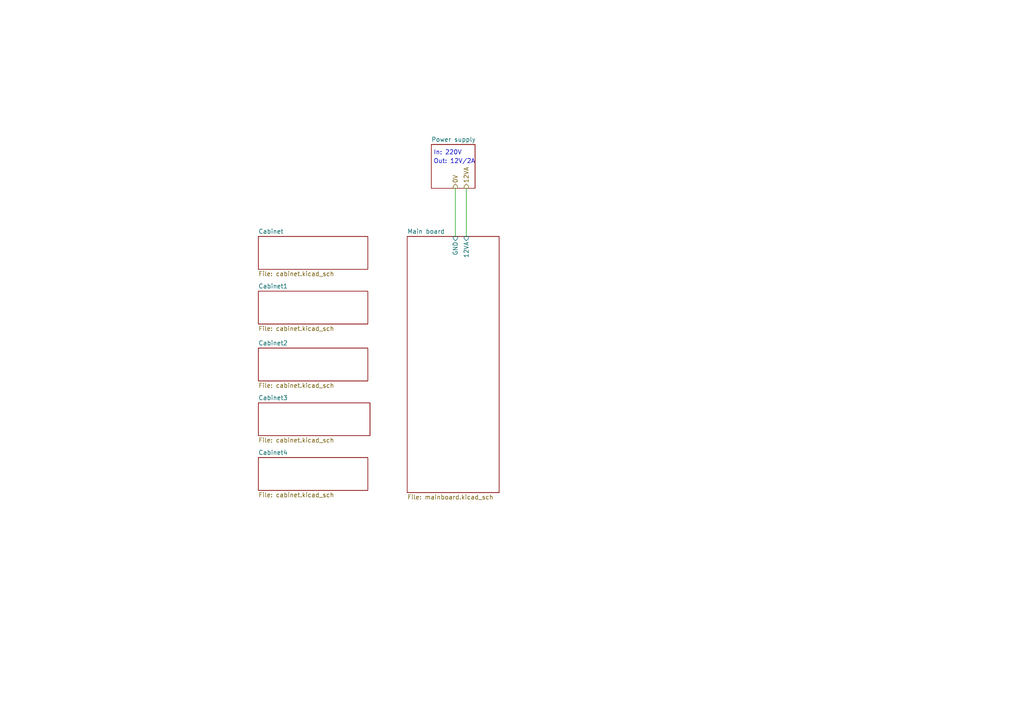
<source format=kicad_sch>
(kicad_sch (version 20211123) (generator eeschema)

  (uuid 02a6e675-addc-44ae-bd62-afe22117f732)

  (paper "A4")

  (title_block
    (title "Filament storage")
    (date "2024-04-28")
    (rev "1")
    (company "Lili's Proto Lab")
  )

  (lib_symbols
  )


  (wire (pts (xy 135.255 54.61) (xy 135.255 68.58))
    (stroke (width 0) (type default) (color 0 0 0 0))
    (uuid 2a166296-dcb6-48f3-91fd-a2b1538650e2)
  )
  (wire (pts (xy 132.08 54.61) (xy 132.08 68.58))
    (stroke (width 0) (type default) (color 0 0 0 0))
    (uuid 46abae2f-6e6a-452a-b07c-f0a36229600a)
  )

  (text "In: 220V" (at 125.73 45.085 0)
    (effects (font (size 1.27 1.27)) (justify left bottom))
    (uuid b3af7f0c-70c7-48a5-9344-5062d5b6e6b2)
  )
  (text "Out: 12V/2A" (at 125.73 47.625 0)
    (effects (font (size 1.27 1.27)) (justify left bottom))
    (uuid fec449f5-6736-4358-924a-16bf6f94f808)
  )

  (hierarchical_label "12VA" (shape output) (at 135.255 54.61 90)
    (effects (font (size 1.27 1.27)) (justify left))
    (uuid 35178479-afb5-4587-b974-12b440cf768e)
  )
  (hierarchical_label "0V" (shape output) (at 132.08 54.61 90)
    (effects (font (size 1.27 1.27)) (justify left))
    (uuid b852bc77-7f4f-43d6-aa72-00cb617647ab)
  )

  (sheet (at 125.095 41.91) (size 12.7 12.7)
    (stroke (width 0.1524) (type solid) (color 0 0 0 0))
    (fill (color 0 0 0 0.0000))
    (uuid 18bd5a76-0438-4f86-96ac-0e31105de17f)
    (property "Sheet name" "Power supply" (id 0) (at 125.095 41.1984 0)
      (effects (font (size 1.27 1.27)) (justify left bottom))
    )
    (property "Sheet file" "power_supply.kicad_sch" (id 1) (at 139.7 43.18 0)
      (effects (font (size 1.27 1.27)) (justify left top) hide)
    )
  )

  (sheet (at 118.11 68.58) (size 26.67 74.295) (fields_autoplaced)
    (stroke (width 0.1524) (type solid) (color 0 0 0 0))
    (fill (color 0 0 0 0.0000))
    (uuid 715215d8-d219-4ea5-9ea2-296db97260cd)
    (property "Sheet name" "Main board" (id 0) (at 118.11 67.8684 0)
      (effects (font (size 1.27 1.27)) (justify left bottom))
    )
    (property "Sheet file" "mainboard.kicad_sch" (id 1) (at 118.11 143.4596 0)
      (effects (font (size 1.27 1.27)) (justify left top))
    )
    (pin "12VA" input (at 135.255 68.58 90)
      (effects (font (size 1.27 1.27)) (justify right))
      (uuid 86039822-7c6e-4c1a-a0a6-198f52b6efd6)
    )
    (pin "GND" input (at 132.08 68.58 90)
      (effects (font (size 1.27 1.27)) (justify right))
      (uuid b9ac0cb9-882d-4219-9b99-6a84fc0666ea)
    )
  )

  (sheet (at 74.93 100.965) (size 31.75 9.525) (fields_autoplaced)
    (stroke (width 0.1524) (type solid) (color 0 0 0 0))
    (fill (color 0 0 0 0.0000))
    (uuid 7270b437-9e7d-4ad4-b5b1-919accb63c45)
    (property "Sheet name" "Cabinet2" (id 0) (at 74.93 100.2534 0)
      (effects (font (size 1.27 1.27)) (justify left bottom))
    )
    (property "Sheet file" "cabinet.kicad_sch" (id 1) (at 74.93 111.0746 0)
      (effects (font (size 1.27 1.27)) (justify left top))
    )
  )

  (sheet (at 74.93 84.455) (size 31.75 9.525) (fields_autoplaced)
    (stroke (width 0.1524) (type solid) (color 0 0 0 0))
    (fill (color 0 0 0 0.0000))
    (uuid abc3476c-8042-4b8e-84ce-7e39263d0a79)
    (property "Sheet name" "Cabinet1" (id 0) (at 74.93 83.7434 0)
      (effects (font (size 1.27 1.27)) (justify left bottom))
    )
    (property "Sheet file" "cabinet.kicad_sch" (id 1) (at 74.93 94.5646 0)
      (effects (font (size 1.27 1.27)) (justify left top))
    )
  )

  (sheet (at 74.93 132.715) (size 31.75 9.525) (fields_autoplaced)
    (stroke (width 0.1524) (type solid) (color 0 0 0 0))
    (fill (color 0 0 0 0.0000))
    (uuid d9b1c0e4-db8b-40ea-90ff-843f90ad4ab5)
    (property "Sheet name" "Cabinet4" (id 0) (at 74.93 132.0034 0)
      (effects (font (size 1.27 1.27)) (justify left bottom))
    )
    (property "Sheet file" "cabinet.kicad_sch" (id 1) (at 74.93 142.8246 0)
      (effects (font (size 1.27 1.27)) (justify left top))
    )
  )

  (sheet (at 74.93 116.84) (size 32.385 9.525) (fields_autoplaced)
    (stroke (width 0.1524) (type solid) (color 0 0 0 0))
    (fill (color 0 0 0 0.0000))
    (uuid db342f63-6382-4c00-acf9-fb436a95ff98)
    (property "Sheet name" "Cabinet3" (id 0) (at 74.93 116.1284 0)
      (effects (font (size 1.27 1.27)) (justify left bottom))
    )
    (property "Sheet file" "cabinet.kicad_sch" (id 1) (at 74.93 126.9496 0)
      (effects (font (size 1.27 1.27)) (justify left top))
    )
  )

  (sheet (at 74.93 68.58) (size 31.75 9.525) (fields_autoplaced)
    (stroke (width 0.1524) (type solid) (color 0 0 0 0))
    (fill (color 0 0 0 0.0000))
    (uuid ffb5b867-7ba4-428e-b9ba-b07a44327902)
    (property "Sheet name" "Cabinet" (id 0) (at 74.93 67.8684 0)
      (effects (font (size 1.27 1.27)) (justify left bottom))
    )
    (property "Sheet file" "cabinet.kicad_sch" (id 1) (at 74.93 78.6896 0)
      (effects (font (size 1.27 1.27)) (justify left top))
    )
  )

  (sheet_instances
    (path "/" (page "1"))
    (path "/d9b1c0e4-db8b-40ea-90ff-843f90ad4ab5" (page "2"))
    (path "/ffb5b867-7ba4-428e-b9ba-b07a44327902" (page "3"))
    (path "/715215d8-d219-4ea5-9ea2-296db97260cd" (page "4"))
    (path "/abc3476c-8042-4b8e-84ce-7e39263d0a79" (page "5"))
    (path "/18bd5a76-0438-4f86-96ac-0e31105de17f" (page "6"))
    (path "/7270b437-9e7d-4ad4-b5b1-919accb63c45" (page "7"))
    (path "/db342f63-6382-4c00-acf9-fb436a95ff98" (page "8"))
  )

  (symbol_instances
    (path "/ffb5b867-7ba4-428e-b9ba-b07a44327902/989765c1-0100-431b-a633-b486814e5f4a"
      (reference "#FLG0201") (unit 1) (value "PWR_FLAG") (footprint "")
    )
    (path "/d9b1c0e4-db8b-40ea-90ff-843f90ad4ab5/39c8e270-a7ee-4f32-bcf3-c23bb592f7a8"
      (reference "#FLG0202") (unit 1) (value "PWR_FLAG") (footprint "")
    )
    (path "/d9b1c0e4-db8b-40ea-90ff-843f90ad4ab5/989765c1-0100-431b-a633-b486814e5f4a"
      (reference "#FLG0203") (unit 1) (value "PWR_FLAG") (footprint "")
    )
    (path "/ffb5b867-7ba4-428e-b9ba-b07a44327902/39c8e270-a7ee-4f32-bcf3-c23bb592f7a8"
      (reference "#FLG0302") (unit 1) (value "PWR_FLAG") (footprint "")
    )
    (path "/715215d8-d219-4ea5-9ea2-296db97260cd/27204d6a-9224-4b74-80b0-8cd48bf71ae9"
      (reference "#FLG0401") (unit 1) (value "PWR_FLAG") (footprint "")
    )
    (path "/715215d8-d219-4ea5-9ea2-296db97260cd/b947cca4-198f-4b5e-bfeb-db29eb78f4f8"
      (reference "#FLG0402") (unit 1) (value "PWR_FLAG") (footprint "")
    )
    (path "/abc3476c-8042-4b8e-84ce-7e39263d0a79/989765c1-0100-431b-a633-b486814e5f4a"
      (reference "#FLG0403") (unit 1) (value "PWR_FLAG") (footprint "")
    )
    (path "/715215d8-d219-4ea5-9ea2-296db97260cd/413bb616-ec07-44e5-bad6-bc3eb2d95476"
      (reference "#FLG0404") (unit 1) (value "PWR_FLAG") (footprint "")
    )
    (path "/abc3476c-8042-4b8e-84ce-7e39263d0a79/39c8e270-a7ee-4f32-bcf3-c23bb592f7a8"
      (reference "#FLG0501") (unit 1) (value "PWR_FLAG") (footprint "")
    )
    (path "/7270b437-9e7d-4ad4-b5b1-919accb63c45/989765c1-0100-431b-a633-b486814e5f4a"
      (reference "#FLG0601") (unit 1) (value "PWR_FLAG") (footprint "")
    )
    (path "/7270b437-9e7d-4ad4-b5b1-919accb63c45/39c8e270-a7ee-4f32-bcf3-c23bb592f7a8"
      (reference "#FLG0701") (unit 1) (value "PWR_FLAG") (footprint "")
    )
    (path "/db342f63-6382-4c00-acf9-fb436a95ff98/989765c1-0100-431b-a633-b486814e5f4a"
      (reference "#FLG0702") (unit 1) (value "PWR_FLAG") (footprint "")
    )
    (path "/db342f63-6382-4c00-acf9-fb436a95ff98/39c8e270-a7ee-4f32-bcf3-c23bb592f7a8"
      (reference "#FLG0801") (unit 1) (value "PWR_FLAG") (footprint "")
    )
    (path "/715215d8-d219-4ea5-9ea2-296db97260cd/089ed6da-56f9-4791-94a0-f9cb84dab281"
      (reference "#PWR0101") (unit 1) (value "+5V") (footprint "")
    )
    (path "/715215d8-d219-4ea5-9ea2-296db97260cd/f80b0911-2221-45eb-94da-975c9e5e3fda"
      (reference "#PWR0102") (unit 1) (value "GND") (footprint "")
    )
    (path "/715215d8-d219-4ea5-9ea2-296db97260cd/63c84e75-beba-4b2d-a51a-e9694332d66f"
      (reference "#PWR0103") (unit 1) (value "GND") (footprint "")
    )
    (path "/715215d8-d219-4ea5-9ea2-296db97260cd/2518a4b7-ce2d-4ecc-8627-324f80028a8b"
      (reference "#PWR0104") (unit 1) (value "GND") (footprint "")
    )
    (path "/715215d8-d219-4ea5-9ea2-296db97260cd/1442b1e6-af23-403e-a2e8-ef5d2c2a668a"
      (reference "#PWR0105") (unit 1) (value "+3V3") (footprint "")
    )
    (path "/715215d8-d219-4ea5-9ea2-296db97260cd/eaa761f4-bead-45ca-930d-9689114c9226"
      (reference "#PWR0301") (unit 1) (value "GND") (footprint "")
    )
    (path "/715215d8-d219-4ea5-9ea2-296db97260cd/a4177ab4-fe13-4f04-a6a6-359f70879a50"
      (reference "#PWR0401") (unit 1) (value "+5V") (footprint "")
    )
    (path "/715215d8-d219-4ea5-9ea2-296db97260cd/c1f955e8-3d3a-4901-9bd0-949e1a8f347d"
      (reference "#PWR0402") (unit 1) (value "GND") (footprint "")
    )
    (path "/715215d8-d219-4ea5-9ea2-296db97260cd/cb048597-9f66-4eb3-9bf1-7731005d60ba"
      (reference "#PWR0403") (unit 1) (value "+5V") (footprint "")
    )
    (path "/715215d8-d219-4ea5-9ea2-296db97260cd/b41115a0-b957-445b-99ae-10f769dd772f"
      (reference "#PWR0404") (unit 1) (value "GND") (footprint "")
    )
    (path "/715215d8-d219-4ea5-9ea2-296db97260cd/07917dba-2011-4218-a3ac-88dab78c04bb"
      (reference "#PWR0405") (unit 1) (value "+3V3") (footprint "")
    )
    (path "/715215d8-d219-4ea5-9ea2-296db97260cd/a64fc536-936c-4e2e-9555-dd60c16240c1"
      (reference "#PWR0406") (unit 1) (value "GND") (footprint "")
    )
    (path "/715215d8-d219-4ea5-9ea2-296db97260cd/9ccdb4d6-455d-40ac-959e-cbac7d2a8ca3"
      (reference "#PWR0407") (unit 1) (value "GND") (footprint "")
    )
    (path "/715215d8-d219-4ea5-9ea2-296db97260cd/4e22e711-6554-4876-ab4b-f9fdd6bee837"
      (reference "#PWR0408") (unit 1) (value "+3V3") (footprint "")
    )
    (path "/715215d8-d219-4ea5-9ea2-296db97260cd/399a9353-dec1-4322-909e-456af59aa36a"
      (reference "#PWR0409") (unit 1) (value "GND") (footprint "")
    )
    (path "/715215d8-d219-4ea5-9ea2-296db97260cd/f4b4424b-4d94-4f27-8d0d-c51138554f27"
      (reference "#PWR0410") (unit 1) (value "GND") (footprint "")
    )
    (path "/715215d8-d219-4ea5-9ea2-296db97260cd/eed93f21-ea4d-4d38-b234-acbe7ae74a9f"
      (reference "#PWR0411") (unit 1) (value "GND") (footprint "")
    )
    (path "/715215d8-d219-4ea5-9ea2-296db97260cd/c99450b4-a87b-43a6-94e3-23431a5293c2"
      (reference "#PWR0412") (unit 1) (value "+5V") (footprint "")
    )
    (path "/715215d8-d219-4ea5-9ea2-296db97260cd/a158abe8-067a-4f92-b5d8-80c185cf7e7c"
      (reference "#PWR0413") (unit 1) (value "+3V3") (footprint "")
    )
    (path "/715215d8-d219-4ea5-9ea2-296db97260cd/96299997-4c6f-4e4e-8c0f-ee738bf941d3"
      (reference "#PWR0414") (unit 1) (value "GND") (footprint "")
    )
    (path "/715215d8-d219-4ea5-9ea2-296db97260cd/eb19cd21-990c-4324-9df8-8ff41de23695"
      (reference "C301") (unit 1) (value "22n") (footprint "Capacitor_THT:C_Disc_D3.4mm_W2.1mm_P2.50mm")
    )
    (path "/715215d8-d219-4ea5-9ea2-296db97260cd/d5d3a48c-4a12-4b70-8c7e-d04767cc7050"
      (reference "C401") (unit 1) (value "10uF/50V") (footprint "Capacitor_THT:CP_Radial_D6.3mm_P2.50mm")
    )
    (path "/715215d8-d219-4ea5-9ea2-296db97260cd/ce448f61-ac2f-4574-93fb-65b5208dba95"
      (reference "C402") (unit 1) (value "10uF/10V") (footprint "Capacitor_THT:CP_Radial_D6.3mm_P2.50mm")
    )
    (path "/715215d8-d219-4ea5-9ea2-296db97260cd/cc7af427-0188-41c0-9feb-c2858a1e037f"
      (reference "C403") (unit 1) (value "22n") (footprint "Capacitor_THT:C_Disc_D3.4mm_W2.1mm_P2.50mm")
    )
    (path "/715215d8-d219-4ea5-9ea2-296db97260cd/f9d88eeb-fa3c-4335-9bbd-aa0af1b63177"
      (reference "C404") (unit 1) (value "22n") (footprint "Capacitor_THT:C_Disc_D3.4mm_W2.1mm_P2.50mm")
    )
    (path "/715215d8-d219-4ea5-9ea2-296db97260cd/834ac7b3-c883-4b79-ad02-ba4c58e6367c"
      (reference "D301") (unit 1) (value "1N4007") (footprint "Diode_THT:D_DO-41_SOD81_P7.62mm_Horizontal")
    )
    (path "/715215d8-d219-4ea5-9ea2-296db97260cd/6a5b7104-37f9-4397-8107-9cf64bead990"
      (reference "D302") (unit 1) (value "1N4007") (footprint "Diode_THT:D_DO-41_SOD81_P7.62mm_Horizontal")
    )
    (path "/715215d8-d219-4ea5-9ea2-296db97260cd/293216fa-9ca2-4bd5-be1b-a9d947ded7d2"
      (reference "D303") (unit 1) (value "1N4007") (footprint "Diode_THT:D_DO-41_SOD81_P7.62mm_Horizontal")
    )
    (path "/715215d8-d219-4ea5-9ea2-296db97260cd/7f6549a4-a15f-4a22-88b1-16c91cda2fef"
      (reference "D304") (unit 1) (value "1N4007") (footprint "Diode_THT:D_DO-41_SOD81_P7.62mm_Horizontal")
    )
    (path "/715215d8-d219-4ea5-9ea2-296db97260cd/23e495b4-341c-4ae3-aa6c-07b273c2b918"
      (reference "D305") (unit 1) (value "1N4007") (footprint "Diode_THT:D_DO-41_SOD81_P7.62mm_Horizontal")
    )
    (path "/715215d8-d219-4ea5-9ea2-296db97260cd/47fe60fa-ef35-49aa-a5f1-e9b68d729408"
      (reference "D306") (unit 1) (value "1N5817") (footprint "Diode_THT:D_DO-41_SOD81_P10.16mm_Horizontal")
    )
    (path "/715215d8-d219-4ea5-9ea2-296db97260cd/f5505ade-079e-4fca-8482-cbe28b138605"
      (reference "H301") (unit 1) (value "MountingHole") (footprint "MountingHole:MountingHole_3.2mm_M3")
    )
    (path "/715215d8-d219-4ea5-9ea2-296db97260cd/d18b1f9c-6d0f-462d-a47e-eadf331874e8"
      (reference "H302") (unit 1) (value "MountingHole") (footprint "MountingHole:MountingHole_3.2mm_M3")
    )
    (path "/715215d8-d219-4ea5-9ea2-296db97260cd/6dc074b5-e7bf-4bee-abe9-933f0af835c6"
      (reference "H303") (unit 1) (value "MountingHole") (footprint "MountingHole:MountingHole_3.2mm_M3")
    )
    (path "/715215d8-d219-4ea5-9ea2-296db97260cd/979a2243-b8cd-47ab-b1e4-06a726f6afb3"
      (reference "H304") (unit 1) (value "MountingHole") (footprint "MountingHole:MountingHole_3.2mm_M3")
    )
    (path "/ffb5b867-7ba4-428e-b9ba-b07a44327902/e33b86ff-fd2d-49b0-871e-ccf0e6eb294f"
      (reference "J201") (unit 1) (value "6P6C") (footprint "Connector_RJ:RJ12_Amphenol_54601")
    )
    (path "/ffb5b867-7ba4-428e-b9ba-b07a44327902/5d7eff6b-9b31-4ceb-9fac-a4f111df5ea2"
      (reference "J202") (unit 1) (value "I2C") (footprint "NVH_Library:grove_4p_vert")
    )
    (path "/d9b1c0e4-db8b-40ea-90ff-843f90ad4ab5/a6f9de65-dcf5-4e68-b41f-989c05d81af2"
      (reference "J203") (unit 1) (value "Screw_Terminal_01x02") (footprint "TerminalBlock_RND:TerminalBlock_RND_205-00287_1x02_P5.08mm_Horizontal")
    )
    (path "/d9b1c0e4-db8b-40ea-90ff-843f90ad4ab5/5d7eff6b-9b31-4ceb-9fac-a4f111df5ea2"
      (reference "J204") (unit 1) (value "I2C") (footprint "NVH_Library:grove_4p_vert")
    )
    (path "/d9b1c0e4-db8b-40ea-90ff-843f90ad4ab5/e33b86ff-fd2d-49b0-871e-ccf0e6eb294f"
      (reference "J205") (unit 1) (value "6P6C") (footprint "Connector_RJ:RJ12_Amphenol_54601")
    )
    (path "/ffb5b867-7ba4-428e-b9ba-b07a44327902/a6f9de65-dcf5-4e68-b41f-989c05d81af2"
      (reference "J301") (unit 1) (value "Screw_Terminal_01x02") (footprint "TerminalBlock_RND:TerminalBlock_RND_205-00287_1x02_P5.08mm_Horizontal")
    )
    (path "/715215d8-d219-4ea5-9ea2-296db97260cd/81a71f42-8124-4b8c-9081-f23a22b1d035"
      (reference "J303") (unit 1) (value "Valve1") (footprint "TerminalBlock_RND:TerminalBlock_RND_205-00287_1x02_P5.08mm_Horizontal")
    )
    (path "/715215d8-d219-4ea5-9ea2-296db97260cd/269661d8-37ed-4492-9211-6c612e02deea"
      (reference "J304") (unit 1) (value "Valve2") (footprint "TerminalBlock_RND:TerminalBlock_RND_205-00287_1x02_P5.08mm_Horizontal")
    )
    (path "/715215d8-d219-4ea5-9ea2-296db97260cd/82aca392-f996-4524-936e-14387065c5c2"
      (reference "J305") (unit 1) (value "Valve3") (footprint "TerminalBlock_RND:TerminalBlock_RND_205-00287_1x02_P5.08mm_Horizontal")
    )
    (path "/715215d8-d219-4ea5-9ea2-296db97260cd/607bec8b-950f-49a3-812b-3c4bdceb8390"
      (reference "J306") (unit 1) (value "Valve4") (footprint "TerminalBlock_RND:TerminalBlock_RND_205-00287_1x02_P5.08mm_Horizontal")
    )
    (path "/715215d8-d219-4ea5-9ea2-296db97260cd/340c59d4-e97f-4fc7-b9e5-e0a9350fb3ae"
      (reference "J307") (unit 1) (value "Valve5") (footprint "TerminalBlock_RND:TerminalBlock_RND_205-00287_1x02_P5.08mm_Horizontal")
    )
    (path "/715215d8-d219-4ea5-9ea2-296db97260cd/d6d9d813-438e-4281-a375-57fa71e58458"
      (reference "J401") (unit 1) (value "Barrel_Jack_Switch") (footprint "Connector_BarrelJack:BarrelJack_Wuerth_6941xx301002")
    )
    (path "/715215d8-d219-4ea5-9ea2-296db97260cd/98e8d332-19dd-4e25-aaf0-7d8d14545738"
      (reference "J402") (unit 1) (value "LCD displsay") (footprint "NVH_Library:grove_4p_hor")
    )
    (path "/715215d8-d219-4ea5-9ea2-296db97260cd/bbd2ec4c-e674-4d5c-9540-1d489ef23f1a"
      (reference "J403") (unit 1) (value "Valve1") (footprint "Connector_RJ:RJ12_Amphenol_54601")
    )
    (path "/715215d8-d219-4ea5-9ea2-296db97260cd/97a405ec-b7ac-4476-bee9-f491340bdbf5"
      (reference "J404") (unit 1) (value "Valve2") (footprint "Connector_RJ:RJ12_Amphenol_54601")
    )
    (path "/715215d8-d219-4ea5-9ea2-296db97260cd/a9eda83c-9396-47fd-81ca-042ff21241f5"
      (reference "J405") (unit 1) (value "Valve3") (footprint "Connector_RJ:RJ12_Amphenol_54601")
    )
    (path "/715215d8-d219-4ea5-9ea2-296db97260cd/c507d00e-779f-4696-a0df-b7a54cb2f9e6"
      (reference "J406") (unit 1) (value "Valve4") (footprint "Connector_RJ:RJ12_Amphenol_54601")
    )
    (path "/715215d8-d219-4ea5-9ea2-296db97260cd/6deab436-7860-41ff-9190-0e6c49ec6e51"
      (reference "J407") (unit 1) (value "+ buzzer -") (footprint "TerminalBlock_RND:TerminalBlock_RND_205-00287_1x02_P5.08mm_Horizontal")
    )
    (path "/abc3476c-8042-4b8e-84ce-7e39263d0a79/e33b86ff-fd2d-49b0-871e-ccf0e6eb294f"
      (reference "J408") (unit 1) (value "6P6C") (footprint "Connector_RJ:RJ12_Amphenol_54601")
    )
    (path "/abc3476c-8042-4b8e-84ce-7e39263d0a79/5d7eff6b-9b31-4ceb-9fac-a4f111df5ea2"
      (reference "J409") (unit 1) (value "I2C") (footprint "NVH_Library:grove_4p_vert")
    )
    (path "/715215d8-d219-4ea5-9ea2-296db97260cd/6397666c-d279-410a-9e69-72c3aebe638c"
      (reference "J410") (unit 1) (value "Valve5") (footprint "Connector_RJ:RJ12_Amphenol_54601")
    )
    (path "/abc3476c-8042-4b8e-84ce-7e39263d0a79/a6f9de65-dcf5-4e68-b41f-989c05d81af2"
      (reference "J501") (unit 1) (value "Screw_Terminal_01x02") (footprint "TerminalBlock_RND:TerminalBlock_RND_205-00287_1x02_P5.08mm_Horizontal")
    )
    (path "/7270b437-9e7d-4ad4-b5b1-919accb63c45/e33b86ff-fd2d-49b0-871e-ccf0e6eb294f"
      (reference "J601") (unit 1) (value "6P6C") (footprint "Connector_RJ:RJ12_Amphenol_54601")
    )
    (path "/7270b437-9e7d-4ad4-b5b1-919accb63c45/5d7eff6b-9b31-4ceb-9fac-a4f111df5ea2"
      (reference "J602") (unit 1) (value "I2C") (footprint "NVH_Library:grove_4p_vert")
    )
    (path "/7270b437-9e7d-4ad4-b5b1-919accb63c45/a6f9de65-dcf5-4e68-b41f-989c05d81af2"
      (reference "J701") (unit 1) (value "Screw_Terminal_01x02") (footprint "TerminalBlock_RND:TerminalBlock_RND_205-00287_1x02_P5.08mm_Horizontal")
    )
    (path "/db342f63-6382-4c00-acf9-fb436a95ff98/e33b86ff-fd2d-49b0-871e-ccf0e6eb294f"
      (reference "J702") (unit 1) (value "6P6C") (footprint "Connector_RJ:RJ12_Amphenol_54601")
    )
    (path "/db342f63-6382-4c00-acf9-fb436a95ff98/5d7eff6b-9b31-4ceb-9fac-a4f111df5ea2"
      (reference "J703") (unit 1) (value "I2C") (footprint "NVH_Library:grove_4p_vert")
    )
    (path "/db342f63-6382-4c00-acf9-fb436a95ff98/a6f9de65-dcf5-4e68-b41f-989c05d81af2"
      (reference "J801") (unit 1) (value "Screw_Terminal_01x02") (footprint "TerminalBlock_RND:TerminalBlock_RND_205-00287_1x02_P5.08mm_Horizontal")
    )
    (path "/715215d8-d219-4ea5-9ea2-296db97260cd/c8a4efc1-7b5d-4844-b085-1b4630915653"
      (reference "Q301") (unit 1) (value "IRLZ34N") (footprint "Package_TO_SOT_THT:TO-220-3_Vertical")
    )
    (path "/715215d8-d219-4ea5-9ea2-296db97260cd/0caf2a48-0ea6-47ca-89a5-c13ce8759eba"
      (reference "Q302") (unit 1) (value "IRLZ34N") (footprint "Package_TO_SOT_THT:TO-220-3_Vertical")
    )
    (path "/715215d8-d219-4ea5-9ea2-296db97260cd/7cf0573b-7e36-4f0b-a2d1-3625bf235d6e"
      (reference "Q303") (unit 1) (value "IRLZ34N") (footprint "Package_TO_SOT_THT:TO-220-3_Vertical")
    )
    (path "/715215d8-d219-4ea5-9ea2-296db97260cd/da052f91-3153-4adb-b7d8-8a85dd7cda26"
      (reference "Q304") (unit 1) (value "IRLZ34N") (footprint "Package_TO_SOT_THT:TO-220-3_Vertical")
    )
    (path "/715215d8-d219-4ea5-9ea2-296db97260cd/d45af737-a358-47aa-9aed-31031c07aa83"
      (reference "Q305") (unit 1) (value "IRLZ34N") (footprint "Package_TO_SOT_THT:TO-220-3_Vertical")
    )
    (path "/715215d8-d219-4ea5-9ea2-296db97260cd/8403a6ed-a900-4562-b7e1-6ac4befc46e8"
      (reference "R301") (unit 1) (value "4k7") (footprint "Resistor_THT:R_Axial_DIN0207_L6.3mm_D2.5mm_P7.62mm_Horizontal")
    )
    (path "/715215d8-d219-4ea5-9ea2-296db97260cd/376c6ae6-64a3-4a2e-b252-90d2841389b3"
      (reference "R302") (unit 1) (value "4k7") (footprint "Resistor_THT:R_Axial_DIN0207_L6.3mm_D2.5mm_P7.62mm_Horizontal")
    )
    (path "/715215d8-d219-4ea5-9ea2-296db97260cd/e486fbae-141f-4854-8bb2-f77659c789d5"
      (reference "R303") (unit 1) (value "4k7") (footprint "Resistor_THT:R_Axial_DIN0207_L6.3mm_D2.5mm_P7.62mm_Horizontal")
    )
    (path "/715215d8-d219-4ea5-9ea2-296db97260cd/0fb5c16c-e62e-4229-a11a-ac6d8c3559a5"
      (reference "R304") (unit 1) (value "4k7") (footprint "Resistor_THT:R_Axial_DIN0207_L6.3mm_D2.5mm_P7.62mm_Horizontal")
    )
    (path "/715215d8-d219-4ea5-9ea2-296db97260cd/100ce709-8e08-4df6-a9ed-026468f41ab5"
      (reference "R305") (unit 1) (value "4k7") (footprint "Resistor_THT:R_Axial_DIN0207_L6.3mm_D2.5mm_P7.62mm_Horizontal")
    )
    (path "/715215d8-d219-4ea5-9ea2-296db97260cd/39d360de-adf6-4fc1-a787-9212d9f2b023"
      (reference "R401") (unit 1) (value "10k") (footprint "Resistor_THT:R_Axial_DIN0207_L6.3mm_D2.5mm_P7.62mm_Horizontal")
    )
    (path "/715215d8-d219-4ea5-9ea2-296db97260cd/44732cc5-8a05-47c7-9aa8-fb47a67848b3"
      (reference "R402") (unit 1) (value "10k") (footprint "Resistor_THT:R_Axial_DIN0207_L6.3mm_D2.5mm_P7.62mm_Horizontal")
    )
    (path "/715215d8-d219-4ea5-9ea2-296db97260cd/1a2c64d1-ea30-4806-85e6-6f61b395cd8c"
      (reference "R403") (unit 1) (value "10k") (footprint "Resistor_THT:R_Axial_DIN0207_L6.3mm_D2.5mm_P7.62mm_Horizontal")
    )
    (path "/715215d8-d219-4ea5-9ea2-296db97260cd/ff1214d5-7b38-40f7-bbc4-c759d5d1641c"
      (reference "R404") (unit 1) (value "10k") (footprint "Resistor_THT:R_Axial_DIN0207_L6.3mm_D2.5mm_P7.62mm_Horizontal")
    )
    (path "/715215d8-d219-4ea5-9ea2-296db97260cd/83f410e4-3eed-4e16-8cc8-14d8974eefc1"
      (reference "R405") (unit 1) (value "4k7") (footprint "Resistor_THT:R_Axial_DIN0207_L6.3mm_D2.5mm_P7.62mm_Horizontal")
    )
    (path "/715215d8-d219-4ea5-9ea2-296db97260cd/b099aa56-3417-42a5-bcb2-7bdf0c9d8ba8"
      (reference "R406") (unit 1) (value "4k7") (footprint "Resistor_THT:R_Axial_DIN0207_L6.3mm_D2.5mm_P7.62mm_Horizontal")
    )
    (path "/715215d8-d219-4ea5-9ea2-296db97260cd/a169d850-4650-4152-8645-7c919b7c758b"
      (reference "R407") (unit 1) (value "10k") (footprint "Resistor_THT:R_Axial_DIN0207_L6.3mm_D2.5mm_P7.62mm_Horizontal")
    )
    (path "/715215d8-d219-4ea5-9ea2-296db97260cd/5be95505-22cd-48da-9675-4f28910c48f5"
      (reference "R408") (unit 1) (value "4k7") (footprint "Resistor_THT:R_Axial_DIN0207_L6.3mm_D2.5mm_P7.62mm_Horizontal")
    )
    (path "/715215d8-d219-4ea5-9ea2-296db97260cd/f925f8cf-af0f-4f02-89b4-a6636be0474c"
      (reference "R409") (unit 1) (value "4k7") (footprint "Resistor_THT:R_Axial_DIN0207_L6.3mm_D2.5mm_P7.62mm_Horizontal")
    )
    (path "/715215d8-d219-4ea5-9ea2-296db97260cd/4bc01d15-1550-40f8-9884-8ec9b25aba82"
      (reference "R410") (unit 1) (value "4k7") (footprint "Resistor_THT:R_Axial_DIN0207_L6.3mm_D2.5mm_P7.62mm_Horizontal")
    )
    (path "/715215d8-d219-4ea5-9ea2-296db97260cd/0bbabb2b-2a62-419d-88e2-f03013801eda"
      (reference "R411") (unit 1) (value "4k7") (footprint "Resistor_THT:R_Axial_DIN0207_L6.3mm_D2.5mm_P7.62mm_Horizontal")
    )
    (path "/715215d8-d219-4ea5-9ea2-296db97260cd/a9147280-1fe6-4749-9b92-1a620af241f1"
      (reference "R412") (unit 1) (value "4k7") (footprint "Resistor_THT:R_Axial_DIN0207_L6.3mm_D2.5mm_P7.62mm_Horizontal")
    )
    (path "/715215d8-d219-4ea5-9ea2-296db97260cd/408d7080-50c1-4c4c-9e02-26f0fe8ea06a"
      (reference "R413") (unit 1) (value "4k7") (footprint "Resistor_THT:R_Axial_DIN0207_L6.3mm_D2.5mm_P7.62mm_Horizontal")
    )
    (path "/715215d8-d219-4ea5-9ea2-296db97260cd/7cfa5546-a8d9-435e-905c-bb0d1bd5072a"
      (reference "R414") (unit 1) (value "4k7") (footprint "Resistor_THT:R_Axial_DIN0207_L6.3mm_D2.5mm_P7.62mm_Horizontal")
    )
    (path "/715215d8-d219-4ea5-9ea2-296db97260cd/9312d9c4-4d19-4e62-945c-58bcb242223a"
      (reference "R415") (unit 1) (value "4k7") (footprint "Resistor_THT:R_Axial_DIN0207_L6.3mm_D2.5mm_P7.62mm_Horizontal")
    )
    (path "/715215d8-d219-4ea5-9ea2-296db97260cd/6d639929-0912-4653-beda-1bab1c23bc47"
      (reference "R416") (unit 1) (value "10k") (footprint "Resistor_THT:R_Axial_DIN0207_L6.3mm_D2.5mm_P7.62mm_Horizontal")
    )
    (path "/715215d8-d219-4ea5-9ea2-296db97260cd/94baaa3c-bd13-4cf2-8539-b2c5a2c2653e"
      (reference "R417") (unit 1) (value "4k7") (footprint "Resistor_THT:R_Axial_DIN0207_L6.3mm_D2.5mm_P7.62mm_Horizontal")
    )
    (path "/715215d8-d219-4ea5-9ea2-296db97260cd/b24fd5e6-a47d-4601-8dce-78b0255cd2ab"
      (reference "R418") (unit 1) (value "4k7") (footprint "Resistor_THT:R_Axial_DIN0207_L6.3mm_D2.5mm_P7.62mm_Horizontal")
    )
    (path "/715215d8-d219-4ea5-9ea2-296db97260cd/6956fe5b-e6b7-4ef3-9b82-6618589ecdaa"
      (reference "R419") (unit 1) (value "4k7") (footprint "Resistor_THT:R_Axial_DIN0207_L6.3mm_D2.5mm_P7.62mm_Horizontal")
    )
    (path "/715215d8-d219-4ea5-9ea2-296db97260cd/d37d16f8-e0ee-4046-b976-8743e43a4440"
      (reference "R420") (unit 1) (value "4k7") (footprint "Resistor_THT:R_Axial_DIN0207_L6.3mm_D2.5mm_P7.62mm_Horizontal")
    )
    (path "/d9b1c0e4-db8b-40ea-90ff-843f90ad4ab5/0a9115d4-75a9-4b40-aab9-96d33d575780"
      (reference "U201") (unit 1) (value "AM2320") (footprint "NVH_Library:AM2320_horizontal")
    )
    (path "/ffb5b867-7ba4-428e-b9ba-b07a44327902/0a9115d4-75a9-4b40-aab9-96d33d575780"
      (reference "U301") (unit 1) (value "AM2320") (footprint "NVH_Library:AM2320_horizontal")
    )
    (path "/715215d8-d219-4ea5-9ea2-296db97260cd/f16995a0-cb4b-4ba3-bbfb-74b1fdb81443"
      (reference "U401") (unit 1) (value "TSR_1-2450") (footprint "Converter_DCDC:Converter_DCDC_TRACO_TSR-1_THT")
    )
    (path "/715215d8-d219-4ea5-9ea2-296db97260cd/5cf9b9ff-2b42-4994-89c5-91ed1a5dcb5d"
      (reference "U402") (unit 1) (value "PCA9548ADW") (footprint "Package_SO:SOIC-24W_7.5x15.4mm_P1.27mm")
    )
    (path "/715215d8-d219-4ea5-9ea2-296db97260cd/cd7fc189-8731-4463-9ad3-97b55e8be1ab"
      (reference "U403") (unit 1) (value "WeMos_D1_mini V3") (footprint "Module:WEMOS_D1_mini_light")
    )
    (path "/715215d8-d219-4ea5-9ea2-296db97260cd/aeeb2bf5-ccd1-4d75-9dc9-a135251285e9"
      (reference "U404") (unit 1) (value "MCP23008-xSO") (footprint "Package_SO:SOIC-18W_7.5x11.6mm_P1.27mm")
    )
    (path "/abc3476c-8042-4b8e-84ce-7e39263d0a79/0a9115d4-75a9-4b40-aab9-96d33d575780"
      (reference "U501") (unit 1) (value "AM2320") (footprint "NVH_Library:AM2320_horizontal")
    )
    (path "/7270b437-9e7d-4ad4-b5b1-919accb63c45/0a9115d4-75a9-4b40-aab9-96d33d575780"
      (reference "U701") (unit 1) (value "AM2320") (footprint "NVH_Library:AM2320_horizontal")
    )
    (path "/db342f63-6382-4c00-acf9-fb436a95ff98/0a9115d4-75a9-4b40-aab9-96d33d575780"
      (reference "U801") (unit 1) (value "AM2320") (footprint "NVH_Library:AM2320_horizontal")
    )
  )
)

</source>
